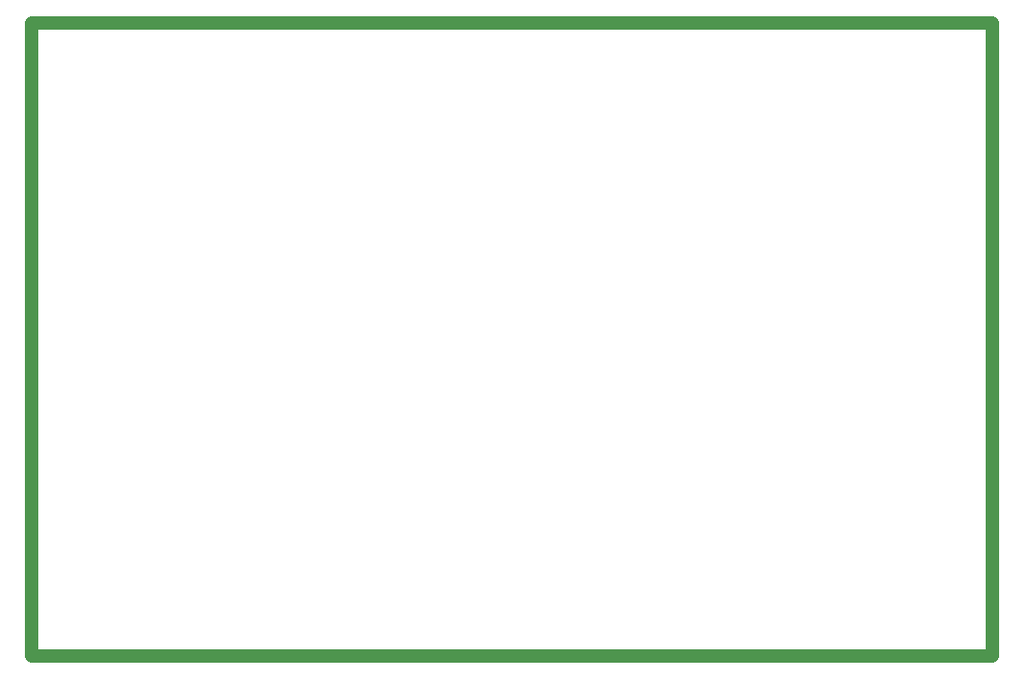
<source format=gko>
G04*
G04 #@! TF.GenerationSoftware,Altium Limited,Altium Designer,20.0.13 (296)*
G04*
G04 Layer_Color=16711935*
%FSLAX25Y25*%
%MOIN*%
G70*
G01*
G75*
%ADD55C,0.04724*%
D55*
X9843Y220472D02*
X9843Y0D01*
X9843Y220472D02*
X344488Y220472D01*
X344488Y0D01*
X9843D02*
X344488D01*
M02*

</source>
